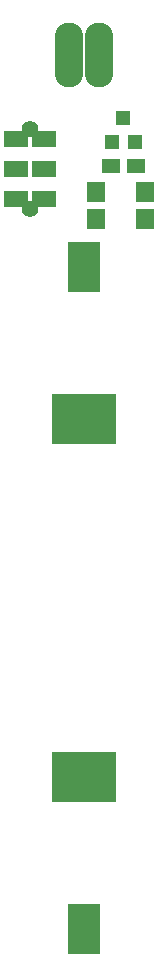
<source format=gbr>
G04 #@! TF.FileFunction,Soldermask,Top*
%FSLAX46Y46*%
G04 Gerber Fmt 4.6, Leading zero omitted, Abs format (unit mm)*
G04 Created by KiCad (PCBNEW 4.0.7) date 01/07/18 20:43:50*
%MOMM*%
%LPD*%
G01*
G04 APERTURE LIST*
%ADD10C,0.100000*%
%ADD11R,2.740000X4.360000*%
%ADD12R,5.480000X4.360000*%
%ADD13R,2.000000X1.400000*%
%ADD14C,1.400000*%
%ADD15R,1.500000X1.750000*%
%ADD16R,1.200100X1.200100*%
%ADD17R,1.600000X1.300000*%
%ADD18O,2.432000X5.480000*%
G04 APERTURE END LIST*
D10*
D11*
X161025000Y-72810000D03*
X161025000Y-128840000D03*
D12*
X161025000Y-85660000D03*
X161025000Y-115990000D03*
D13*
X157600000Y-62000000D03*
X157600000Y-64500000D03*
X157600000Y-67000000D03*
X155200000Y-62000000D03*
X155200000Y-64500000D03*
X155200000Y-67000000D03*
D14*
X156400000Y-61100000D03*
X156400000Y-67900000D03*
D15*
X162050000Y-68725000D03*
X166150000Y-68725000D03*
X166150000Y-66475000D03*
X162050000Y-66475000D03*
D16*
X163388000Y-62214760D03*
X165288000Y-62214760D03*
X164338000Y-60215780D03*
D17*
X165438000Y-64262000D03*
X163238000Y-64262000D03*
D18*
X159766000Y-54864000D03*
X162306000Y-54864000D03*
M02*

</source>
